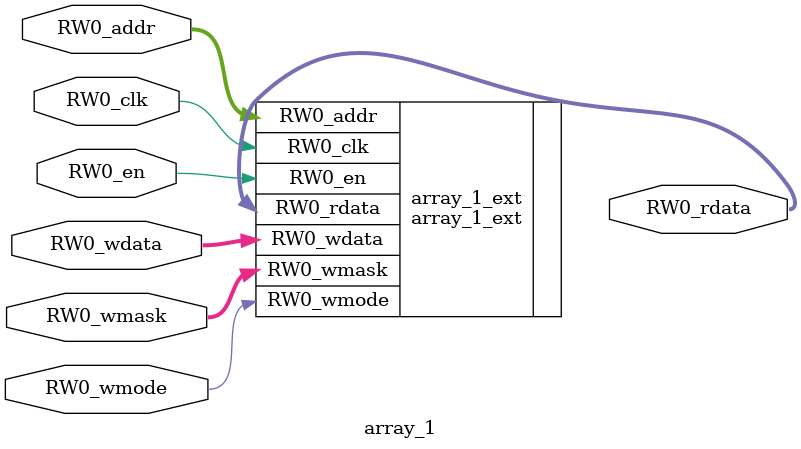
<source format=v>
module array_1(
  input  [8:0]   RW0_addr,
  input          RW0_en,
  input          RW0_clk,
  input          RW0_wmode,
  input  [319:0] RW0_wdata,
  output [319:0] RW0_rdata,
  input  [3:0]   RW0_wmask
);

  array_1_ext array_1_ext (
    .RW0_addr  (RW0_addr),
    .RW0_en    (RW0_en),
    .RW0_clk   (RW0_clk),
    .RW0_wmode (RW0_wmode),
    .RW0_wdata (RW0_wdata),
    .RW0_rdata (RW0_rdata),
    .RW0_wmask (RW0_wmask)
  );
endmodule


</source>
